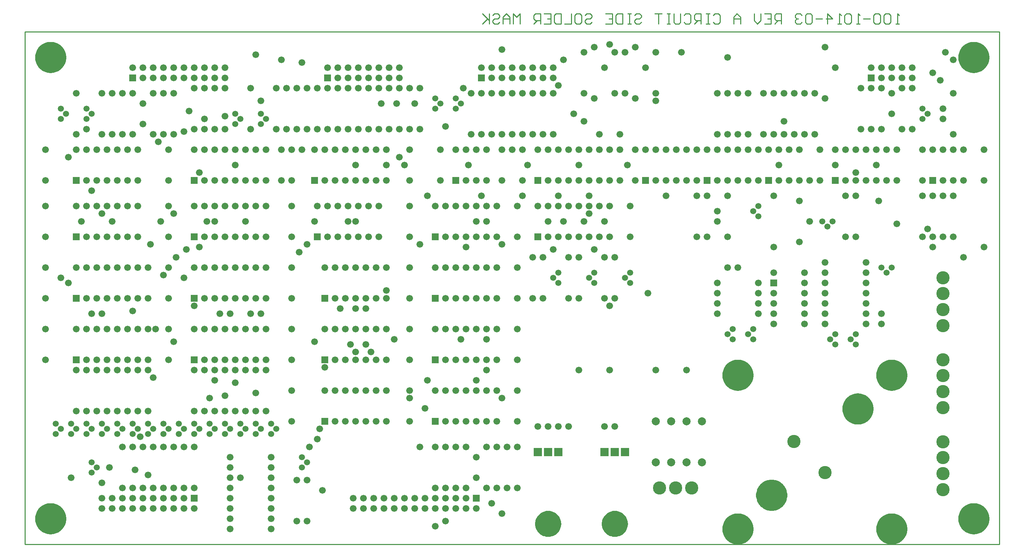
<source format=gbs>
*%FSLAX23Y23*%
*%MOIN*%
G01*
%AMTHD33*
7,0,0,0.170,0.160,0.010,45*
%
%ADD11C,0.006*%
%ADD12C,0.007*%
%ADD13C,0.008*%
%ADD14C,0.010*%
%ADD15C,0.012*%
%ADD16C,0.020*%
%ADD17C,0.032*%
%ADD18C,0.036*%
%ADD19C,0.042*%
%ADD20C,0.050*%
%ADD21C,0.052*%
%ADD22C,0.055*%
%ADD23C,0.056*%
%ADD24C,0.059*%
%ADD25C,0.062*%
%ADD26C,0.066*%
%ADD27C,0.070*%
%ADD28C,0.075*%
%ADD29C,0.079*%
%ADD30C,0.090*%
%ADD31C,0.120*%
%ADD32C,0.125*%
%ADD33C,0.129*%
%ADD34C,0.140*%
%ADD35C,0.160*%
%ADD36C,0.250*%
%ADD37C,0.250*%
%ADD38R,0.062X0.062*%
%ADD39R,0.066X0.066*%
%ADD40R,0.075X0.075*%
%ADD41R,0.079X0.079*%
%ADD42R,0.250X0.250*%
%ADD43THD33*%
D14*
X12995Y10482D02*
X13028D01*
X13011D02*
X12995D01*
X13011D02*
Y10582D01*
X13012D01*
X13011D02*
X13028Y10565D01*
X12945D02*
X12928Y10582D01*
X12895D01*
X12878Y10565D01*
Y10499D01*
X12895Y10482D01*
X12928D01*
X12945Y10499D01*
Y10565D01*
X12845D02*
X12828Y10582D01*
X12795D01*
X12778Y10565D01*
Y10499D01*
X12795Y10482D01*
X12828D01*
X12845Y10499D01*
Y10565D01*
X12745Y10532D02*
X12678D01*
X12645Y10482D02*
X12611D01*
X12628D01*
Y10582D01*
X12629D01*
X12628D02*
X12645Y10565D01*
X12561D02*
X12545Y10582D01*
X12512D01*
X12495Y10565D01*
Y10499D01*
X12512Y10482D01*
X12545D01*
X12561Y10499D01*
Y10565D01*
X12462Y10482D02*
X12428D01*
X12445D01*
Y10582D01*
X12446D01*
X12445D02*
X12462Y10565D01*
X12328Y10582D02*
Y10482D01*
X12378Y10532D02*
X12328Y10582D01*
X12312Y10532D02*
X12378D01*
X12278D02*
X12212D01*
X12178Y10565D02*
X12162Y10582D01*
X12128D01*
X12112Y10565D01*
Y10499D01*
X12128Y10482D01*
X12162D01*
X12178Y10499D01*
Y10565D01*
X12078D02*
X12062Y10582D01*
X12028D01*
X12012Y10565D01*
Y10549D01*
X12013D01*
X12012D02*
X12013D01*
X12012D02*
X12013D01*
X12012D02*
X12028Y10532D01*
X12045D01*
X12028D01*
X12012Y10515D01*
Y10499D01*
X12028Y10482D01*
X12062D01*
X12078Y10499D01*
X11878Y10482D02*
Y10582D01*
X11828D01*
X11812Y10565D01*
Y10532D01*
X11828Y10515D01*
X11878D01*
X11845D02*
X11812Y10482D01*
X11778Y10582D02*
X11712D01*
X11778D02*
Y10482D01*
X11712D01*
X11745Y10532D02*
X11778D01*
X11678Y10515D02*
Y10582D01*
Y10515D02*
X11645Y10482D01*
X11612Y10515D01*
Y10582D01*
X11479Y10549D02*
Y10482D01*
Y10549D02*
X11445Y10582D01*
X11412Y10549D01*
Y10482D01*
Y10532D01*
X11479D01*
X11229Y10582D02*
X11212Y10565D01*
X11229Y10582D02*
X11262D01*
X11279Y10565D01*
Y10499D01*
X11262Y10482D01*
X11229D01*
X11212Y10499D01*
X11179Y10582D02*
X11145D01*
X11162D01*
Y10482D01*
X11179D01*
X11145D01*
X11095D02*
Y10582D01*
X11045D01*
X11029Y10565D01*
Y10532D01*
X11045Y10515D01*
X11095D01*
X11062D02*
X11029Y10482D01*
X10929Y10565D02*
X10945Y10582D01*
X10979D01*
X10995Y10565D01*
Y10499D01*
X10979Y10482D01*
X10945D01*
X10929Y10499D01*
X10895D02*
Y10582D01*
Y10499D02*
X10879Y10482D01*
X10845D01*
X10829Y10499D01*
Y10582D01*
X10795D02*
X10762D01*
X10779D01*
Y10482D01*
X10795D01*
X10762D01*
X10712Y10582D02*
X10645D01*
X10679D01*
Y10482D01*
X10462Y10582D02*
X10446Y10565D01*
X10462Y10582D02*
X10495D01*
X10512Y10565D01*
Y10549D01*
X10495Y10532D01*
X10462D01*
X10446Y10515D01*
Y10499D01*
X10462Y10482D01*
X10495D01*
X10512Y10499D01*
X10412Y10582D02*
X10379D01*
X10396D01*
Y10482D01*
X10412D01*
X10379D01*
X10329D02*
Y10582D01*
Y10482D02*
X10279D01*
X10262Y10499D01*
Y10565D01*
X10279Y10582D01*
X10329D01*
X10229D02*
X10162D01*
X10229D02*
Y10482D01*
X10162D01*
X10196Y10532D02*
X10229D01*
X9979Y10582D02*
X9962Y10565D01*
X9979Y10582D02*
X10012D01*
X10029Y10565D01*
Y10549D01*
X10012Y10532D01*
X9979D01*
X9962Y10515D01*
Y10499D01*
X9979Y10482D01*
X10012D01*
X10029Y10499D01*
X9912Y10582D02*
X9879D01*
X9912D02*
X9929Y10565D01*
Y10499D01*
X9912Y10482D01*
X9879D01*
X9862Y10499D01*
Y10565D01*
X9879Y10582D01*
X9829D02*
Y10482D01*
X9762D01*
X9729D02*
Y10582D01*
Y10482D02*
X9679D01*
X9662Y10499D01*
Y10565D01*
X9679Y10582D01*
X9729D01*
X9629D02*
X9562D01*
X9629D02*
Y10482D01*
X9562D01*
X9596Y10532D02*
X9629D01*
X9529Y10482D02*
Y10582D01*
X9479D01*
X9462Y10565D01*
Y10532D01*
X9479Y10515D01*
X9529D01*
X9496D02*
X9462Y10482D01*
X9329D02*
Y10582D01*
X9296Y10549D01*
X9263Y10582D01*
Y10482D01*
X9229D02*
Y10549D01*
X9196Y10582D01*
X9163Y10549D01*
Y10482D01*
Y10532D01*
X9229D01*
X9079Y10582D02*
X9063Y10565D01*
X9079Y10582D02*
X9113D01*
X9129Y10565D01*
Y10549D01*
X9113Y10532D01*
X9079D01*
X9063Y10515D01*
Y10499D01*
X9079Y10482D01*
X9113D01*
X9129Y10499D01*
X9029Y10482D02*
Y10582D01*
Y10515D02*
Y10482D01*
Y10515D02*
X8963Y10582D01*
X9013Y10532D01*
X8963Y10482D01*
X4503Y5407D02*
X14003D01*
Y10407D02*
X4503D01*
X14003D02*
Y5407D01*
X4503D02*
Y10407D01*
D20*
X13626Y10157D02*
X13627D01*
X13626D02*
X13626Y10147D01*
X13628Y10137D01*
X13630Y10127D01*
X13633Y10117D01*
X13636Y10107D01*
X13641Y10098D01*
X13646Y10089D01*
X13651Y10081D01*
X13658Y10073D01*
X13665Y10065D01*
X13673Y10059D01*
X13681Y10052D01*
X13690Y10047D01*
X13699Y10042D01*
X13708Y10038D01*
X13718Y10035D01*
X13728Y10033D01*
X13738Y10031D01*
X13748Y10030D01*
X13758D01*
X13768Y10031D01*
X13778Y10033D01*
X13788Y10035D01*
X13798Y10038D01*
X13807Y10042D01*
X13816Y10047D01*
X13825Y10052D01*
X13833Y10059D01*
X13841Y10065D01*
X13848Y10073D01*
X13855Y10081D01*
X13860Y10089D01*
X13865Y10098D01*
X13870Y10107D01*
X13873Y10117D01*
X13876Y10127D01*
X13878Y10137D01*
X13880Y10147D01*
X13880Y10157D01*
X13881D01*
X13880D02*
X13880Y10167D01*
X13878Y10177D01*
X13876Y10187D01*
X13873Y10197D01*
X13870Y10207D01*
X13865Y10216D01*
X13860Y10225D01*
X13855Y10233D01*
X13848Y10241D01*
X13841Y10249D01*
X13833Y10255D01*
X13825Y10262D01*
X13816Y10267D01*
X13807Y10272D01*
X13798Y10276D01*
X13788Y10279D01*
X13778Y10281D01*
X13768Y10283D01*
X13758Y10284D01*
X13748D01*
X13738Y10283D01*
X13728Y10281D01*
X13718Y10279D01*
X13708Y10276D01*
X13699Y10272D01*
X13690Y10267D01*
X13681Y10262D01*
X13673Y10255D01*
X13665Y10249D01*
X13658Y10241D01*
X13651Y10233D01*
X13646Y10225D01*
X13641Y10216D01*
X13636Y10207D01*
X13633Y10197D01*
X13630Y10187D01*
X13628Y10177D01*
X13626Y10167D01*
X13626Y10157D01*
X13674D02*
X13675D01*
X13674D02*
X13675Y10148D01*
X13676Y10139D01*
X13679Y10130D01*
X13682Y10122D01*
X13687Y10114D01*
X13692Y10106D01*
X13699Y10100D01*
X13706Y10094D01*
X13714Y10089D01*
X13722Y10084D01*
X13730Y10081D01*
X13739Y10079D01*
X13748Y10078D01*
X13758D01*
X13767Y10079D01*
X13776Y10081D01*
X13784Y10084D01*
X13792Y10089D01*
X13800Y10094D01*
X13807Y10100D01*
X13814Y10106D01*
X13819Y10114D01*
X13824Y10122D01*
X13827Y10130D01*
X13830Y10139D01*
X13831Y10148D01*
X13832Y10157D01*
X13833D01*
X13832D02*
X13831Y10166D01*
X13830Y10175D01*
X13827Y10184D01*
X13824Y10192D01*
X13819Y10200D01*
X13814Y10208D01*
X13807Y10214D01*
X13800Y10220D01*
X13792Y10225D01*
X13784Y10230D01*
X13776Y10233D01*
X13767Y10235D01*
X13758Y10236D01*
X13748D01*
X13739Y10235D01*
X13730Y10233D01*
X13722Y10230D01*
X13714Y10225D01*
X13706Y10220D01*
X13699Y10214D01*
X13692Y10208D01*
X13687Y10200D01*
X13682Y10192D01*
X13679Y10184D01*
X13676Y10175D01*
X13675Y10166D01*
X13674Y10157D01*
X13722D02*
X13723D01*
X13722D02*
X13723Y10151D01*
X13725Y10144D01*
X13728Y10139D01*
X13732Y10134D01*
X13738Y10130D01*
X13743Y10128D01*
X13750Y10126D01*
X13756D01*
X13763Y10128D01*
X13768Y10130D01*
X13774Y10134D01*
X13778Y10139D01*
X13781Y10144D01*
X13783Y10151D01*
X13784Y10157D01*
X13785D01*
X13784D02*
X13783Y10163D01*
X13781Y10170D01*
X13778Y10175D01*
X13774Y10180D01*
X13768Y10184D01*
X13763Y10186D01*
X13756Y10188D01*
X13750D01*
X13743Y10186D01*
X13738Y10184D01*
X13732Y10180D01*
X13728Y10175D01*
X13725Y10170D01*
X13723Y10163D01*
X13722Y10157D01*
X13753D02*
D03*
X13626Y5657D02*
X13627D01*
X13626D02*
X13626Y5647D01*
X13628Y5637D01*
X13630Y5627D01*
X13633Y5617D01*
X13636Y5607D01*
X13641Y5598D01*
X13646Y5589D01*
X13651Y5581D01*
X13658Y5573D01*
X13665Y5565D01*
X13673Y5559D01*
X13681Y5552D01*
X13690Y5547D01*
X13699Y5542D01*
X13708Y5538D01*
X13718Y5535D01*
X13728Y5533D01*
X13738Y5531D01*
X13748Y5530D01*
X13758D01*
X13768Y5531D01*
X13778Y5533D01*
X13788Y5535D01*
X13798Y5538D01*
X13807Y5542D01*
X13816Y5547D01*
X13825Y5552D01*
X13833Y5559D01*
X13841Y5565D01*
X13848Y5573D01*
X13855Y5581D01*
X13860Y5589D01*
X13865Y5598D01*
X13870Y5607D01*
X13873Y5617D01*
X13876Y5627D01*
X13878Y5637D01*
X13880Y5647D01*
X13880Y5657D01*
X13881D01*
X13880D02*
X13880Y5667D01*
X13878Y5677D01*
X13876Y5687D01*
X13873Y5697D01*
X13870Y5707D01*
X13865Y5716D01*
X13860Y5725D01*
X13855Y5733D01*
X13848Y5741D01*
X13841Y5749D01*
X13833Y5755D01*
X13825Y5762D01*
X13816Y5767D01*
X13807Y5772D01*
X13798Y5776D01*
X13788Y5779D01*
X13778Y5781D01*
X13768Y5783D01*
X13758Y5784D01*
X13748D01*
X13738Y5783D01*
X13728Y5781D01*
X13718Y5779D01*
X13708Y5776D01*
X13699Y5772D01*
X13690Y5767D01*
X13681Y5762D01*
X13673Y5755D01*
X13665Y5749D01*
X13658Y5741D01*
X13651Y5733D01*
X13646Y5725D01*
X13641Y5716D01*
X13636Y5707D01*
X13633Y5697D01*
X13630Y5687D01*
X13628Y5677D01*
X13626Y5667D01*
X13626Y5657D01*
X13674D02*
X13675D01*
X13674D02*
X13675Y5648D01*
X13676Y5639D01*
X13679Y5630D01*
X13682Y5622D01*
X13687Y5614D01*
X13692Y5606D01*
X13699Y5600D01*
X13706Y5594D01*
X13714Y5589D01*
X13722Y5584D01*
X13730Y5581D01*
X13739Y5579D01*
X13748Y5578D01*
X13758D01*
X13767Y5579D01*
X13776Y5581D01*
X13784Y5584D01*
X13792Y5589D01*
X13800Y5594D01*
X13807Y5600D01*
X13814Y5606D01*
X13819Y5614D01*
X13824Y5622D01*
X13827Y5630D01*
X13830Y5639D01*
X13831Y5648D01*
X13832Y5657D01*
X13833D01*
X13832D02*
X13831Y5666D01*
X13830Y5675D01*
X13827Y5684D01*
X13824Y5692D01*
X13819Y5700D01*
X13814Y5708D01*
X13807Y5714D01*
X13800Y5720D01*
X13792Y5725D01*
X13784Y5730D01*
X13776Y5733D01*
X13767Y5735D01*
X13758Y5736D01*
X13748D01*
X13739Y5735D01*
X13730Y5733D01*
X13722Y5730D01*
X13714Y5725D01*
X13706Y5720D01*
X13699Y5714D01*
X13692Y5708D01*
X13687Y5700D01*
X13682Y5692D01*
X13679Y5684D01*
X13676Y5675D01*
X13675Y5666D01*
X13674Y5657D01*
X13722D02*
X13723D01*
X13722D02*
X13723Y5651D01*
X13725Y5644D01*
X13728Y5639D01*
X13732Y5634D01*
X13738Y5630D01*
X13743Y5628D01*
X13750Y5626D01*
X13756D01*
X13763Y5628D01*
X13768Y5630D01*
X13774Y5634D01*
X13778Y5639D01*
X13781Y5644D01*
X13783Y5651D01*
X13784Y5657D01*
X13785D01*
X13784D02*
X13783Y5663D01*
X13781Y5670D01*
X13778Y5675D01*
X13774Y5680D01*
X13768Y5684D01*
X13763Y5686D01*
X13756Y5688D01*
X13750D01*
X13743Y5686D01*
X13738Y5684D01*
X13732Y5680D01*
X13728Y5675D01*
X13725Y5670D01*
X13723Y5663D01*
X13722Y5657D01*
X13753D02*
D03*
X4626Y10157D02*
X4627D01*
X4626D02*
X4626Y10147D01*
X4628Y10137D01*
X4630Y10127D01*
X4633Y10117D01*
X4636Y10107D01*
X4641Y10098D01*
X4646Y10089D01*
X4651Y10081D01*
X4658Y10073D01*
X4665Y10065D01*
X4673Y10059D01*
X4681Y10052D01*
X4690Y10047D01*
X4699Y10042D01*
X4708Y10038D01*
X4718Y10035D01*
X4728Y10033D01*
X4738Y10031D01*
X4748Y10030D01*
X4758D01*
X4768Y10031D01*
X4778Y10033D01*
X4788Y10035D01*
X4798Y10038D01*
X4807Y10042D01*
X4816Y10047D01*
X4825Y10052D01*
X4833Y10059D01*
X4841Y10065D01*
X4848Y10073D01*
X4855Y10081D01*
X4860Y10089D01*
X4865Y10098D01*
X4870Y10107D01*
X4873Y10117D01*
X4876Y10127D01*
X4878Y10137D01*
X4880Y10147D01*
X4880Y10157D01*
X4881D01*
X4880D02*
X4880Y10167D01*
X4878Y10177D01*
X4876Y10187D01*
X4873Y10197D01*
X4870Y10207D01*
X4865Y10216D01*
X4860Y10225D01*
X4855Y10233D01*
X4848Y10241D01*
X4841Y10249D01*
X4833Y10255D01*
X4825Y10262D01*
X4816Y10267D01*
X4807Y10272D01*
X4798Y10276D01*
X4788Y10279D01*
X4778Y10281D01*
X4768Y10283D01*
X4758Y10284D01*
X4748D01*
X4738Y10283D01*
X4728Y10281D01*
X4718Y10279D01*
X4708Y10276D01*
X4699Y10272D01*
X4690Y10267D01*
X4681Y10262D01*
X4673Y10255D01*
X4665Y10249D01*
X4658Y10241D01*
X4651Y10233D01*
X4646Y10225D01*
X4641Y10216D01*
X4636Y10207D01*
X4633Y10197D01*
X4630Y10187D01*
X4628Y10177D01*
X4626Y10167D01*
X4626Y10157D01*
X4674D02*
X4675D01*
X4674D02*
X4675Y10148D01*
X4676Y10139D01*
X4679Y10130D01*
X4682Y10122D01*
X4687Y10114D01*
X4692Y10106D01*
X4699Y10100D01*
X4706Y10094D01*
X4714Y10089D01*
X4722Y10084D01*
X4730Y10081D01*
X4739Y10079D01*
X4748Y10078D01*
X4758D01*
X4767Y10079D01*
X4776Y10081D01*
X4784Y10084D01*
X4792Y10089D01*
X4800Y10094D01*
X4807Y10100D01*
X4814Y10106D01*
X4819Y10114D01*
X4824Y10122D01*
X4827Y10130D01*
X4830Y10139D01*
X4831Y10148D01*
X4832Y10157D01*
X4833D01*
X4832D02*
X4831Y10166D01*
X4830Y10175D01*
X4827Y10184D01*
X4824Y10192D01*
X4819Y10200D01*
X4814Y10208D01*
X4807Y10214D01*
X4800Y10220D01*
X4792Y10225D01*
X4784Y10230D01*
X4776Y10233D01*
X4767Y10235D01*
X4758Y10236D01*
X4748D01*
X4739Y10235D01*
X4730Y10233D01*
X4722Y10230D01*
X4714Y10225D01*
X4706Y10220D01*
X4699Y10214D01*
X4692Y10208D01*
X4687Y10200D01*
X4682Y10192D01*
X4679Y10184D01*
X4676Y10175D01*
X4675Y10166D01*
X4674Y10157D01*
X4722D02*
X4723D01*
X4722D02*
X4723Y10151D01*
X4725Y10144D01*
X4728Y10139D01*
X4732Y10134D01*
X4738Y10130D01*
X4743Y10128D01*
X4750Y10126D01*
X4756D01*
X4763Y10128D01*
X4768Y10130D01*
X4774Y10134D01*
X4778Y10139D01*
X4781Y10144D01*
X4783Y10151D01*
X4784Y10157D01*
X4785D01*
X4784D02*
X4783Y10163D01*
X4781Y10170D01*
X4778Y10175D01*
X4774Y10180D01*
X4768Y10184D01*
X4763Y10186D01*
X4756Y10188D01*
X4750D01*
X4743Y10186D01*
X4738Y10184D01*
X4732Y10180D01*
X4728Y10175D01*
X4725Y10170D01*
X4723Y10163D01*
X4722Y10157D01*
X4753D02*
D03*
X4626Y5657D02*
X4627D01*
X4626D02*
X4626Y5647D01*
X4628Y5637D01*
X4630Y5627D01*
X4633Y5617D01*
X4636Y5607D01*
X4641Y5598D01*
X4646Y5589D01*
X4651Y5581D01*
X4658Y5573D01*
X4665Y5565D01*
X4673Y5559D01*
X4681Y5552D01*
X4690Y5547D01*
X4699Y5542D01*
X4708Y5538D01*
X4718Y5535D01*
X4728Y5533D01*
X4738Y5531D01*
X4748Y5530D01*
X4758D01*
X4768Y5531D01*
X4778Y5533D01*
X4788Y5535D01*
X4798Y5538D01*
X4807Y5542D01*
X4816Y5547D01*
X4825Y5552D01*
X4833Y5559D01*
X4841Y5565D01*
X4848Y5573D01*
X4855Y5581D01*
X4860Y5589D01*
X4865Y5598D01*
X4870Y5607D01*
X4873Y5617D01*
X4876Y5627D01*
X4878Y5637D01*
X4880Y5647D01*
X4880Y5657D01*
X4881D01*
X4880D02*
X4880Y5667D01*
X4878Y5677D01*
X4876Y5687D01*
X4873Y5697D01*
X4870Y5707D01*
X4865Y5716D01*
X4860Y5725D01*
X4855Y5733D01*
X4848Y5741D01*
X4841Y5749D01*
X4833Y5755D01*
X4825Y5762D01*
X4816Y5767D01*
X4807Y5772D01*
X4798Y5776D01*
X4788Y5779D01*
X4778Y5781D01*
X4768Y5783D01*
X4758Y5784D01*
X4748D01*
X4738Y5783D01*
X4728Y5781D01*
X4718Y5779D01*
X4708Y5776D01*
X4699Y5772D01*
X4690Y5767D01*
X4681Y5762D01*
X4673Y5755D01*
X4665Y5749D01*
X4658Y5741D01*
X4651Y5733D01*
X4646Y5725D01*
X4641Y5716D01*
X4636Y5707D01*
X4633Y5697D01*
X4630Y5687D01*
X4628Y5677D01*
X4626Y5667D01*
X4626Y5657D01*
X4674D02*
X4675D01*
X4674D02*
X4675Y5648D01*
X4676Y5639D01*
X4679Y5630D01*
X4682Y5622D01*
X4687Y5614D01*
X4692Y5606D01*
X4699Y5600D01*
X4706Y5594D01*
X4714Y5589D01*
X4722Y5584D01*
X4730Y5581D01*
X4739Y5579D01*
X4748Y5578D01*
X4758D01*
X4767Y5579D01*
X4776Y5581D01*
X4784Y5584D01*
X4792Y5589D01*
X4800Y5594D01*
X4807Y5600D01*
X4814Y5606D01*
X4819Y5614D01*
X4824Y5622D01*
X4827Y5630D01*
X4830Y5639D01*
X4831Y5648D01*
X4832Y5657D01*
X4833D01*
X4832D02*
X4831Y5666D01*
X4830Y5675D01*
X4827Y5684D01*
X4824Y5692D01*
X4819Y5700D01*
X4814Y5708D01*
X4807Y5714D01*
X4800Y5720D01*
X4792Y5725D01*
X4784Y5730D01*
X4776Y5733D01*
X4767Y5735D01*
X4758Y5736D01*
X4748D01*
X4739Y5735D01*
X4730Y5733D01*
X4722Y5730D01*
X4714Y5725D01*
X4706Y5720D01*
X4699Y5714D01*
X4692Y5708D01*
X4687Y5700D01*
X4682Y5692D01*
X4679Y5684D01*
X4676Y5675D01*
X4675Y5666D01*
X4674Y5657D01*
X4722D02*
X4723D01*
X4722D02*
X4723Y5651D01*
X4725Y5644D01*
X4728Y5639D01*
X4732Y5634D01*
X4738Y5630D01*
X4743Y5628D01*
X4750Y5626D01*
X4756D01*
X4763Y5628D01*
X4768Y5630D01*
X4774Y5634D01*
X4778Y5639D01*
X4781Y5644D01*
X4783Y5651D01*
X4784Y5657D01*
X4785D01*
X4784D02*
X4783Y5663D01*
X4781Y5670D01*
X4778Y5675D01*
X4774Y5680D01*
X4768Y5684D01*
X4763Y5686D01*
X4756Y5688D01*
X4750D01*
X4743Y5686D01*
X4738Y5684D01*
X4732Y5680D01*
X4728Y5675D01*
X4725Y5670D01*
X4723Y5663D01*
X4722Y5657D01*
X4753D02*
D03*
X12826Y5557D02*
X12827D01*
X12826D02*
X12826Y5547D01*
X12828Y5537D01*
X12830Y5527D01*
X12833Y5517D01*
X12836Y5507D01*
X12841Y5498D01*
X12846Y5489D01*
X12851Y5481D01*
X12858Y5473D01*
X12865Y5465D01*
X12873Y5459D01*
X12881Y5452D01*
X12890Y5447D01*
X12899Y5442D01*
X12908Y5438D01*
X12918Y5435D01*
X12928Y5433D01*
X12938Y5431D01*
X12948Y5430D01*
X12958D01*
X12968Y5431D01*
X12978Y5433D01*
X12988Y5435D01*
X12998Y5438D01*
X13007Y5442D01*
X13016Y5447D01*
X13025Y5452D01*
X13033Y5459D01*
X13041Y5465D01*
X13048Y5473D01*
X13055Y5481D01*
X13060Y5489D01*
X13065Y5498D01*
X13070Y5507D01*
X13073Y5517D01*
X13076Y5527D01*
X13078Y5537D01*
X13080Y5547D01*
X13080Y5557D01*
X13081D01*
X13080D02*
X13080Y5567D01*
X13078Y5577D01*
X13076Y5587D01*
X13073Y5597D01*
X13070Y5607D01*
X13065Y5616D01*
X13060Y5625D01*
X13055Y5633D01*
X13048Y5641D01*
X13041Y5649D01*
X13033Y5655D01*
X13025Y5662D01*
X13016Y5667D01*
X13007Y5672D01*
X12998Y5676D01*
X12988Y5679D01*
X12978Y5681D01*
X12968Y5683D01*
X12958Y5684D01*
X12948D01*
X12938Y5683D01*
X12928Y5681D01*
X12918Y5679D01*
X12908Y5676D01*
X12899Y5672D01*
X12890Y5667D01*
X12881Y5662D01*
X12873Y5655D01*
X12865Y5649D01*
X12858Y5641D01*
X12851Y5633D01*
X12846Y5625D01*
X12841Y5616D01*
X12836Y5607D01*
X12833Y5597D01*
X12830Y5587D01*
X12828Y5577D01*
X12826Y5567D01*
X12826Y5557D01*
X12874D02*
X12875D01*
X12874D02*
X12875Y5548D01*
X12876Y5539D01*
X12879Y5530D01*
X12882Y5522D01*
X12887Y5514D01*
X12892Y5506D01*
X12899Y5500D01*
X12906Y5494D01*
X12914Y5489D01*
X12922Y5484D01*
X12930Y5481D01*
X12939Y5479D01*
X12948Y5478D01*
X12958D01*
X12967Y5479D01*
X12976Y5481D01*
X12984Y5484D01*
X12992Y5489D01*
X13000Y5494D01*
X13007Y5500D01*
X13014Y5506D01*
X13019Y5514D01*
X13024Y5522D01*
X13027Y5530D01*
X13030Y5539D01*
X13031Y5548D01*
X13032Y5557D01*
X13033D01*
X13032D02*
X13031Y5566D01*
X13030Y5575D01*
X13027Y5584D01*
X13024Y5592D01*
X13019Y5600D01*
X13014Y5608D01*
X13007Y5614D01*
X13000Y5620D01*
X12992Y5625D01*
X12984Y5630D01*
X12976Y5633D01*
X12967Y5635D01*
X12958Y5636D01*
X12948D01*
X12939Y5635D01*
X12930Y5633D01*
X12922Y5630D01*
X12914Y5625D01*
X12906Y5620D01*
X12899Y5614D01*
X12892Y5608D01*
X12887Y5600D01*
X12882Y5592D01*
X12879Y5584D01*
X12876Y5575D01*
X12875Y5566D01*
X12874Y5557D01*
X12922D02*
X12923D01*
X12922D02*
X12923Y5551D01*
X12925Y5544D01*
X12928Y5539D01*
X12932Y5534D01*
X12938Y5530D01*
X12943Y5528D01*
X12950Y5526D01*
X12956D01*
X12963Y5528D01*
X12968Y5530D01*
X12974Y5534D01*
X12978Y5539D01*
X12981Y5544D01*
X12983Y5551D01*
X12984Y5557D01*
X12985D01*
X12984D02*
X12983Y5563D01*
X12981Y5570D01*
X12978Y5575D01*
X12974Y5580D01*
X12968Y5584D01*
X12963Y5586D01*
X12956Y5588D01*
X12950D01*
X12943Y5586D01*
X12938Y5584D01*
X12932Y5580D01*
X12928Y5575D01*
X12925Y5570D01*
X12923Y5563D01*
X12922Y5557D01*
X12953D02*
D03*
X12826Y7057D02*
X12827D01*
X12826D02*
X12826Y7047D01*
X12828Y7037D01*
X12830Y7027D01*
X12833Y7017D01*
X12836Y7007D01*
X12841Y6998D01*
X12846Y6989D01*
X12851Y6981D01*
X12858Y6973D01*
X12865Y6965D01*
X12873Y6959D01*
X12881Y6952D01*
X12890Y6947D01*
X12899Y6942D01*
X12908Y6938D01*
X12918Y6935D01*
X12928Y6933D01*
X12938Y6931D01*
X12948Y6930D01*
X12958D01*
X12968Y6931D01*
X12978Y6933D01*
X12988Y6935D01*
X12998Y6938D01*
X13007Y6942D01*
X13016Y6947D01*
X13025Y6952D01*
X13033Y6959D01*
X13041Y6965D01*
X13048Y6973D01*
X13055Y6981D01*
X13060Y6989D01*
X13065Y6998D01*
X13070Y7007D01*
X13073Y7017D01*
X13076Y7027D01*
X13078Y7037D01*
X13080Y7047D01*
X13080Y7057D01*
X13081D01*
X13080D02*
X13080Y7067D01*
X13078Y7077D01*
X13076Y7087D01*
X13073Y7097D01*
X13070Y7107D01*
X13065Y7116D01*
X13060Y7125D01*
X13055Y7133D01*
X13048Y7141D01*
X13041Y7149D01*
X13033Y7155D01*
X13025Y7162D01*
X13016Y7167D01*
X13007Y7172D01*
X12998Y7176D01*
X12988Y7179D01*
X12978Y7181D01*
X12968Y7183D01*
X12958Y7184D01*
X12948D01*
X12938Y7183D01*
X12928Y7181D01*
X12918Y7179D01*
X12908Y7176D01*
X12899Y7172D01*
X12890Y7167D01*
X12881Y7162D01*
X12873Y7155D01*
X12865Y7149D01*
X12858Y7141D01*
X12851Y7133D01*
X12846Y7125D01*
X12841Y7116D01*
X12836Y7107D01*
X12833Y7097D01*
X12830Y7087D01*
X12828Y7077D01*
X12826Y7067D01*
X12826Y7057D01*
X12874D02*
X12875D01*
X12874D02*
X12875Y7048D01*
X12876Y7039D01*
X12879Y7030D01*
X12882Y7022D01*
X12887Y7014D01*
X12892Y7006D01*
X12899Y7000D01*
X12906Y6994D01*
X12914Y6989D01*
X12922Y6984D01*
X12930Y6981D01*
X12939Y6979D01*
X12948Y6978D01*
X12958D01*
X12967Y6979D01*
X12976Y6981D01*
X12984Y6984D01*
X12992Y6989D01*
X13000Y6994D01*
X13007Y7000D01*
X13014Y7006D01*
X13019Y7014D01*
X13024Y7022D01*
X13027Y7030D01*
X13030Y7039D01*
X13031Y7048D01*
X13032Y7057D01*
X13033D01*
X13032D02*
X13031Y7066D01*
X13030Y7075D01*
X13027Y7084D01*
X13024Y7092D01*
X13019Y7100D01*
X13014Y7108D01*
X13007Y7114D01*
X13000Y7120D01*
X12992Y7125D01*
X12984Y7130D01*
X12976Y7133D01*
X12967Y7135D01*
X12958Y7136D01*
X12948D01*
X12939Y7135D01*
X12930Y7133D01*
X12922Y7130D01*
X12914Y7125D01*
X12906Y7120D01*
X12899Y7114D01*
X12892Y7108D01*
X12887Y7100D01*
X12882Y7092D01*
X12879Y7084D01*
X12876Y7075D01*
X12875Y7066D01*
X12874Y7057D01*
X12922D02*
X12923D01*
X12922D02*
X12923Y7051D01*
X12925Y7044D01*
X12928Y7039D01*
X12932Y7034D01*
X12938Y7030D01*
X12943Y7028D01*
X12950Y7026D01*
X12956D01*
X12963Y7028D01*
X12968Y7030D01*
X12974Y7034D01*
X12978Y7039D01*
X12981Y7044D01*
X12983Y7051D01*
X12984Y7057D01*
X12985D01*
X12984D02*
X12983Y7063D01*
X12981Y7070D01*
X12978Y7075D01*
X12974Y7080D01*
X12968Y7084D01*
X12963Y7086D01*
X12956Y7088D01*
X12950D01*
X12943Y7086D01*
X12938Y7084D01*
X12932Y7080D01*
X12928Y7075D01*
X12925Y7070D01*
X12923Y7063D01*
X12922Y7057D01*
X12953D02*
D03*
X11326D02*
X11327D01*
X11326D02*
X11326Y7047D01*
X11328Y7037D01*
X11330Y7027D01*
X11333Y7017D01*
X11336Y7007D01*
X11341Y6998D01*
X11346Y6989D01*
X11351Y6981D01*
X11358Y6973D01*
X11365Y6965D01*
X11373Y6959D01*
X11381Y6952D01*
X11390Y6947D01*
X11399Y6942D01*
X11408Y6938D01*
X11418Y6935D01*
X11428Y6933D01*
X11438Y6931D01*
X11448Y6930D01*
X11458D01*
X11468Y6931D01*
X11478Y6933D01*
X11488Y6935D01*
X11498Y6938D01*
X11507Y6942D01*
X11516Y6947D01*
X11525Y6952D01*
X11533Y6959D01*
X11541Y6965D01*
X11548Y6973D01*
X11555Y6981D01*
X11560Y6989D01*
X11565Y6998D01*
X11570Y7007D01*
X11573Y7017D01*
X11576Y7027D01*
X11578Y7037D01*
X11580Y7047D01*
X11580Y7057D01*
X11581D01*
X11580D02*
X11580Y7067D01*
X11578Y7077D01*
X11576Y7087D01*
X11573Y7097D01*
X11570Y7107D01*
X11565Y7116D01*
X11560Y7125D01*
X11555Y7133D01*
X11548Y7141D01*
X11541Y7149D01*
X11533Y7155D01*
X11525Y7162D01*
X11516Y7167D01*
X11507Y7172D01*
X11498Y7176D01*
X11488Y7179D01*
X11478Y7181D01*
X11468Y7183D01*
X11458Y7184D01*
X11448D01*
X11438Y7183D01*
X11428Y7181D01*
X11418Y7179D01*
X11408Y7176D01*
X11399Y7172D01*
X11390Y7167D01*
X11381Y7162D01*
X11373Y7155D01*
X11365Y7149D01*
X11358Y7141D01*
X11351Y7133D01*
X11346Y7125D01*
X11341Y7116D01*
X11336Y7107D01*
X11333Y7097D01*
X11330Y7087D01*
X11328Y7077D01*
X11326Y7067D01*
X11326Y7057D01*
X11374D02*
X11375D01*
X11374D02*
X11375Y7048D01*
X11376Y7039D01*
X11379Y7030D01*
X11382Y7022D01*
X11387Y7014D01*
X11392Y7006D01*
X11399Y7000D01*
X11406Y6994D01*
X11414Y6989D01*
X11422Y6984D01*
X11430Y6981D01*
X11439Y6979D01*
X11448Y6978D01*
X11458D01*
X11467Y6979D01*
X11476Y6981D01*
X11484Y6984D01*
X11492Y6989D01*
X11500Y6994D01*
X11507Y7000D01*
X11514Y7006D01*
X11519Y7014D01*
X11524Y7022D01*
X11527Y7030D01*
X11530Y7039D01*
X11531Y7048D01*
X11532Y7057D01*
X11533D01*
X11532D02*
X11531Y7066D01*
X11530Y7075D01*
X11527Y7084D01*
X11524Y7092D01*
X11519Y7100D01*
X11514Y7108D01*
X11507Y7114D01*
X11500Y7120D01*
X11492Y7125D01*
X11484Y7130D01*
X11476Y7133D01*
X11467Y7135D01*
X11458Y7136D01*
X11448D01*
X11439Y7135D01*
X11430Y7133D01*
X11422Y7130D01*
X11414Y7125D01*
X11406Y7120D01*
X11399Y7114D01*
X11392Y7108D01*
X11387Y7100D01*
X11382Y7092D01*
X11379Y7084D01*
X11376Y7075D01*
X11375Y7066D01*
X11374Y7057D01*
X11422D02*
X11423D01*
X11422D02*
X11423Y7051D01*
X11425Y7044D01*
X11428Y7039D01*
X11432Y7034D01*
X11438Y7030D01*
X11443Y7028D01*
X11450Y7026D01*
X11456D01*
X11463Y7028D01*
X11468Y7030D01*
X11474Y7034D01*
X11478Y7039D01*
X11481Y7044D01*
X11483Y7051D01*
X11484Y7057D01*
X11485D01*
X11484D02*
X11483Y7063D01*
X11481Y7070D01*
X11478Y7075D01*
X11474Y7080D01*
X11468Y7084D01*
X11463Y7086D01*
X11456Y7088D01*
X11450D01*
X11443Y7086D01*
X11438Y7084D01*
X11432Y7080D01*
X11428Y7075D01*
X11425Y7070D01*
X11423Y7063D01*
X11422Y7057D01*
X11453D02*
D03*
X11326Y5557D02*
X11327D01*
X11326D02*
X11326Y5547D01*
X11328Y5537D01*
X11330Y5527D01*
X11333Y5517D01*
X11336Y5507D01*
X11341Y5498D01*
X11346Y5489D01*
X11351Y5481D01*
X11358Y5473D01*
X11365Y5465D01*
X11373Y5459D01*
X11381Y5452D01*
X11390Y5447D01*
X11399Y5442D01*
X11408Y5438D01*
X11418Y5435D01*
X11428Y5433D01*
X11438Y5431D01*
X11448Y5430D01*
X11458D01*
X11468Y5431D01*
X11478Y5433D01*
X11488Y5435D01*
X11498Y5438D01*
X11507Y5442D01*
X11516Y5447D01*
X11525Y5452D01*
X11533Y5459D01*
X11541Y5465D01*
X11548Y5473D01*
X11555Y5481D01*
X11560Y5489D01*
X11565Y5498D01*
X11570Y5507D01*
X11573Y5517D01*
X11576Y5527D01*
X11578Y5537D01*
X11580Y5547D01*
X11580Y5557D01*
X11581D01*
X11580D02*
X11580Y5567D01*
X11578Y5577D01*
X11576Y5587D01*
X11573Y5597D01*
X11570Y5607D01*
X11565Y5616D01*
X11560Y5625D01*
X11555Y5633D01*
X11548Y5641D01*
X11541Y5649D01*
X11533Y5655D01*
X11525Y5662D01*
X11516Y5667D01*
X11507Y5672D01*
X11498Y5676D01*
X11488Y5679D01*
X11478Y5681D01*
X11468Y5683D01*
X11458Y5684D01*
X11448D01*
X11438Y5683D01*
X11428Y5681D01*
X11418Y5679D01*
X11408Y5676D01*
X11399Y5672D01*
X11390Y5667D01*
X11381Y5662D01*
X11373Y5655D01*
X11365Y5649D01*
X11358Y5641D01*
X11351Y5633D01*
X11346Y5625D01*
X11341Y5616D01*
X11336Y5607D01*
X11333Y5597D01*
X11330Y5587D01*
X11328Y5577D01*
X11326Y5567D01*
X11326Y5557D01*
X11374D02*
X11375D01*
X11374D02*
X11375Y5548D01*
X11376Y5539D01*
X11379Y5530D01*
X11382Y5522D01*
X11387Y5514D01*
X11392Y5506D01*
X11399Y5500D01*
X11406Y5494D01*
X11414Y5489D01*
X11422Y5484D01*
X11430Y5481D01*
X11439Y5479D01*
X11448Y5478D01*
X11458D01*
X11467Y5479D01*
X11476Y5481D01*
X11484Y5484D01*
X11492Y5489D01*
X11500Y5494D01*
X11507Y5500D01*
X11514Y5506D01*
X11519Y5514D01*
X11524Y5522D01*
X11527Y5530D01*
X11530Y5539D01*
X11531Y5548D01*
X11532Y5557D01*
X11533D01*
X11532D02*
X11531Y5566D01*
X11530Y5575D01*
X11527Y5584D01*
X11524Y5592D01*
X11519Y5600D01*
X11514Y5608D01*
X11507Y5614D01*
X11500Y5620D01*
X11492Y5625D01*
X11484Y5630D01*
X11476Y5633D01*
X11467Y5635D01*
X11458Y5636D01*
X11448D01*
X11439Y5635D01*
X11430Y5633D01*
X11422Y5630D01*
X11414Y5625D01*
X11406Y5620D01*
X11399Y5614D01*
X11392Y5608D01*
X11387Y5600D01*
X11382Y5592D01*
X11379Y5584D01*
X11376Y5575D01*
X11375Y5566D01*
X11374Y5557D01*
X11422D02*
X11423D01*
X11422D02*
X11423Y5551D01*
X11425Y5544D01*
X11428Y5539D01*
X11432Y5534D01*
X11438Y5530D01*
X11443Y5528D01*
X11450Y5526D01*
X11456D01*
X11463Y5528D01*
X11468Y5530D01*
X11474Y5534D01*
X11478Y5539D01*
X11481Y5544D01*
X11483Y5551D01*
X11484Y5557D01*
X11485D01*
X11484D02*
X11483Y5563D01*
X11481Y5570D01*
X11478Y5575D01*
X11474Y5580D01*
X11468Y5584D01*
X11463Y5586D01*
X11456Y5588D01*
X11450D01*
X11443Y5586D01*
X11438Y5584D01*
X11432Y5580D01*
X11428Y5575D01*
X11425Y5570D01*
X11423Y5563D01*
X11422Y5557D01*
X11453D02*
D03*
X12496Y6728D02*
X12497D01*
X12496D02*
X12496Y6718D01*
X12498Y6708D01*
X12500Y6698D01*
X12503Y6688D01*
X12506Y6678D01*
X12511Y6669D01*
X12516Y6660D01*
X12521Y6652D01*
X12528Y6644D01*
X12535Y6636D01*
X12543Y6630D01*
X12551Y6623D01*
X12560Y6618D01*
X12569Y6613D01*
X12578Y6609D01*
X12588Y6606D01*
X12598Y6604D01*
X12608Y6602D01*
X12618Y6601D01*
X12628D01*
X12638Y6602D01*
X12648Y6604D01*
X12658Y6606D01*
X12668Y6609D01*
X12677Y6613D01*
X12686Y6618D01*
X12695Y6623D01*
X12703Y6630D01*
X12711Y6636D01*
X12718Y6644D01*
X12725Y6652D01*
X12730Y6660D01*
X12735Y6669D01*
X12740Y6678D01*
X12743Y6688D01*
X12746Y6698D01*
X12748Y6708D01*
X12750Y6718D01*
X12750Y6728D01*
X12751D01*
X12750D02*
X12750Y6738D01*
X12748Y6748D01*
X12746Y6758D01*
X12743Y6768D01*
X12740Y6778D01*
X12735Y6787D01*
X12730Y6796D01*
X12725Y6804D01*
X12718Y6812D01*
X12711Y6820D01*
X12703Y6826D01*
X12695Y6833D01*
X12686Y6838D01*
X12677Y6843D01*
X12668Y6847D01*
X12658Y6850D01*
X12648Y6852D01*
X12638Y6854D01*
X12628Y6855D01*
X12618D01*
X12608Y6854D01*
X12598Y6852D01*
X12588Y6850D01*
X12578Y6847D01*
X12569Y6843D01*
X12560Y6838D01*
X12551Y6833D01*
X12543Y6826D01*
X12535Y6820D01*
X12528Y6812D01*
X12521Y6804D01*
X12516Y6796D01*
X12511Y6787D01*
X12506Y6778D01*
X12503Y6768D01*
X12500Y6758D01*
X12498Y6748D01*
X12496Y6738D01*
X12496Y6728D01*
X12544D02*
X12545D01*
X12544D02*
X12545Y6719D01*
X12546Y6710D01*
X12549Y6701D01*
X12552Y6693D01*
X12557Y6685D01*
X12562Y6677D01*
X12569Y6671D01*
X12576Y6665D01*
X12584Y6660D01*
X12592Y6655D01*
X12600Y6652D01*
X12609Y6650D01*
X12618Y6649D01*
X12628D01*
X12637Y6650D01*
X12646Y6652D01*
X12654Y6655D01*
X12662Y6660D01*
X12670Y6665D01*
X12677Y6671D01*
X12684Y6677D01*
X12689Y6685D01*
X12694Y6693D01*
X12697Y6701D01*
X12700Y6710D01*
X12701Y6719D01*
X12702Y6728D01*
X12703D01*
X12702D02*
X12701Y6737D01*
X12700Y6746D01*
X12697Y6755D01*
X12694Y6763D01*
X12689Y6771D01*
X12684Y6779D01*
X12677Y6785D01*
X12670Y6791D01*
X12662Y6796D01*
X12654Y6801D01*
X12646Y6804D01*
X12637Y6806D01*
X12628Y6807D01*
X12618D01*
X12609Y6806D01*
X12600Y6804D01*
X12592Y6801D01*
X12584Y6796D01*
X12576Y6791D01*
X12569Y6785D01*
X12562Y6779D01*
X12557Y6771D01*
X12552Y6763D01*
X12549Y6755D01*
X12546Y6746D01*
X12545Y6737D01*
X12544Y6728D01*
X12592D02*
X12593D01*
X12592D02*
X12593Y6722D01*
X12595Y6715D01*
X12598Y6710D01*
X12602Y6705D01*
X12608Y6701D01*
X12613Y6699D01*
X12620Y6697D01*
X12626D01*
X12633Y6699D01*
X12638Y6701D01*
X12644Y6705D01*
X12648Y6710D01*
X12651Y6715D01*
X12653Y6722D01*
X12654Y6728D01*
X12655D01*
X12654D02*
X12653Y6734D01*
X12651Y6741D01*
X12648Y6746D01*
X12644Y6751D01*
X12638Y6755D01*
X12633Y6757D01*
X12626Y6759D01*
X12620D01*
X12613Y6757D01*
X12608Y6755D01*
X12602Y6751D01*
X12598Y6746D01*
X12595Y6741D01*
X12593Y6734D01*
X12592Y6728D01*
X12623D02*
D03*
X11655Y5886D02*
X11656D01*
X11655D02*
X11655Y5876D01*
X11657Y5866D01*
X11659Y5856D01*
X11662Y5846D01*
X11665Y5836D01*
X11670Y5827D01*
X11675Y5818D01*
X11680Y5810D01*
X11687Y5802D01*
X11694Y5794D01*
X11702Y5788D01*
X11710Y5781D01*
X11718Y5776D01*
X11728Y5771D01*
X11737Y5767D01*
X11747Y5764D01*
X11757Y5762D01*
X11767Y5760D01*
X11777Y5759D01*
X11787D01*
X11797Y5760D01*
X11807Y5762D01*
X11817Y5764D01*
X11827Y5767D01*
X11836Y5771D01*
X11846Y5776D01*
X11854Y5781D01*
X11862Y5788D01*
X11870Y5794D01*
X11877Y5802D01*
X11884Y5810D01*
X11889Y5818D01*
X11894Y5827D01*
X11899Y5836D01*
X11902Y5846D01*
X11905Y5856D01*
X11907Y5866D01*
X11909Y5876D01*
X11909Y5886D01*
X11910D01*
X11909D02*
X11909Y5896D01*
X11907Y5906D01*
X11905Y5916D01*
X11902Y5926D01*
X11899Y5936D01*
X11894Y5945D01*
X11889Y5954D01*
X11884Y5962D01*
X11877Y5970D01*
X11870Y5978D01*
X11862Y5984D01*
X11854Y5991D01*
X11846Y5996D01*
X11836Y6001D01*
X11827Y6005D01*
X11817Y6008D01*
X11807Y6010D01*
X11797Y6012D01*
X11787Y6013D01*
X11777D01*
X11767Y6012D01*
X11757Y6010D01*
X11747Y6008D01*
X11737Y6005D01*
X11728Y6001D01*
X11718Y5996D01*
X11710Y5991D01*
X11702Y5984D01*
X11694Y5978D01*
X11687Y5970D01*
X11680Y5962D01*
X11675Y5954D01*
X11670Y5945D01*
X11665Y5936D01*
X11662Y5926D01*
X11659Y5916D01*
X11657Y5906D01*
X11655Y5896D01*
X11655Y5886D01*
X11703D02*
X11704D01*
X11703D02*
X11704Y5877D01*
X11705Y5868D01*
X11708Y5859D01*
X11711Y5851D01*
X11716Y5843D01*
X11721Y5835D01*
X11728Y5829D01*
X11735Y5823D01*
X11742Y5818D01*
X11751Y5813D01*
X11759Y5810D01*
X11768Y5808D01*
X11777Y5807D01*
X11787D01*
X11796Y5808D01*
X11805Y5810D01*
X11813Y5813D01*
X11822Y5818D01*
X11829Y5823D01*
X11836Y5829D01*
X11843Y5835D01*
X11848Y5843D01*
X11853Y5851D01*
X11856Y5859D01*
X11859Y5868D01*
X11860Y5877D01*
X11861Y5886D01*
X11862D01*
X11861D02*
X11860Y5895D01*
X11859Y5904D01*
X11856Y5913D01*
X11853Y5921D01*
X11848Y5929D01*
X11843Y5937D01*
X11836Y5943D01*
X11829Y5949D01*
X11822Y5954D01*
X11813Y5959D01*
X11805Y5962D01*
X11796Y5964D01*
X11787Y5965D01*
X11777D01*
X11768Y5964D01*
X11759Y5962D01*
X11751Y5959D01*
X11742Y5954D01*
X11735Y5949D01*
X11728Y5943D01*
X11721Y5937D01*
X11716Y5929D01*
X11711Y5921D01*
X11708Y5913D01*
X11705Y5904D01*
X11704Y5895D01*
X11703Y5886D01*
X11751D02*
X11752D01*
X11751D02*
X11752Y5880D01*
X11754Y5873D01*
X11757Y5868D01*
X11761Y5863D01*
X11766Y5859D01*
X11772Y5857D01*
X11779Y5855D01*
X11785D01*
X11792Y5857D01*
X11798Y5859D01*
X11803Y5863D01*
X11807Y5868D01*
X11810Y5873D01*
X11812Y5880D01*
X11813Y5886D01*
X11814D01*
X11813D02*
X11812Y5892D01*
X11810Y5899D01*
X11807Y5904D01*
X11803Y5909D01*
X11798Y5913D01*
X11792Y5915D01*
X11785Y5917D01*
X11779D01*
X11772Y5915D01*
X11766Y5913D01*
X11761Y5909D01*
X11757Y5904D01*
X11754Y5899D01*
X11752Y5892D01*
X11751Y5886D01*
X11782D02*
D03*
X10151Y5607D02*
X10152D01*
X10151D02*
X10151Y5597D01*
X10153Y5588D01*
X10155Y5578D01*
X10158Y5569D01*
X10162Y5560D01*
X10167Y5552D01*
X10173Y5544D01*
X10179Y5537D01*
X10186Y5530D01*
X10194Y5524D01*
X10202Y5519D01*
X10211Y5514D01*
X10220Y5511D01*
X10229Y5508D01*
X10238Y5506D01*
X10248Y5505D01*
X10258D01*
X10268Y5506D01*
X10277Y5508D01*
X10286Y5511D01*
X10295Y5514D01*
X10304Y5519D01*
X10312Y5524D01*
X10320Y5530D01*
X10327Y5537D01*
X10333Y5544D01*
X10339Y5552D01*
X10344Y5560D01*
X10348Y5569D01*
X10351Y5578D01*
X10353Y5588D01*
X10355Y5597D01*
X10355Y5607D01*
X10356D01*
X10355D02*
X10355Y5617D01*
X10353Y5626D01*
X10351Y5636D01*
X10348Y5645D01*
X10344Y5654D01*
X10339Y5662D01*
X10333Y5670D01*
X10327Y5677D01*
X10320Y5684D01*
X10312Y5690D01*
X10304Y5695D01*
X10295Y5700D01*
X10286Y5703D01*
X10277Y5706D01*
X10268Y5708D01*
X10258Y5709D01*
X10248D01*
X10238Y5708D01*
X10229Y5706D01*
X10220Y5703D01*
X10211Y5700D01*
X10202Y5695D01*
X10194Y5690D01*
X10186Y5684D01*
X10179Y5677D01*
X10173Y5670D01*
X10167Y5662D01*
X10162Y5654D01*
X10158Y5645D01*
X10155Y5636D01*
X10153Y5626D01*
X10151Y5617D01*
X10151Y5607D01*
X10199D02*
X10200D01*
X10199D02*
X10200Y5599D01*
X10201Y5591D01*
X10204Y5584D01*
X10208Y5577D01*
X10213Y5570D01*
X10219Y5565D01*
X10226Y5560D01*
X10233Y5557D01*
X10241Y5554D01*
X10249Y5553D01*
X10257D01*
X10265Y5554D01*
X10273Y5557D01*
X10280Y5560D01*
X10287Y5565D01*
X10293Y5570D01*
X10298Y5577D01*
X10302Y5584D01*
X10305Y5591D01*
X10306Y5599D01*
X10307Y5607D01*
X10308D01*
X10307D02*
X10306Y5615D01*
X10305Y5623D01*
X10302Y5630D01*
X10298Y5637D01*
X10293Y5644D01*
X10287Y5649D01*
X10280Y5654D01*
X10273Y5657D01*
X10265Y5660D01*
X10257Y5661D01*
X10249D01*
X10241Y5660D01*
X10233Y5657D01*
X10226Y5654D01*
X10219Y5649D01*
X10213Y5644D01*
X10208Y5637D01*
X10204Y5630D01*
X10201Y5623D01*
X10200Y5615D01*
X10199Y5607D01*
X10247D02*
X10248D01*
X10247D02*
X10247Y5605D01*
X10248Y5603D01*
X10250Y5602D01*
X10252Y5601D01*
X10254D01*
X10256Y5602D01*
X10258Y5603D01*
X10259Y5605D01*
X10259Y5607D01*
X10260D01*
X10259D02*
X10259Y5609D01*
X10258Y5611D01*
X10256Y5612D01*
X10254Y5613D01*
X10252D01*
X10250Y5612D01*
X10248Y5611D01*
X10247Y5609D01*
X10247Y5607D01*
X9501D02*
X9502D01*
X9501D02*
X9501Y5597D01*
X9503Y5588D01*
X9505Y5578D01*
X9508Y5569D01*
X9512Y5560D01*
X9517Y5552D01*
X9523Y5544D01*
X9529Y5537D01*
X9536Y5530D01*
X9544Y5524D01*
X9552Y5519D01*
X9561Y5514D01*
X9570Y5511D01*
X9579Y5508D01*
X9588Y5506D01*
X9598Y5505D01*
X9608D01*
X9618Y5506D01*
X9627Y5508D01*
X9636Y5511D01*
X9645Y5514D01*
X9654Y5519D01*
X9662Y5524D01*
X9670Y5530D01*
X9677Y5537D01*
X9683Y5544D01*
X9689Y5552D01*
X9694Y5560D01*
X9698Y5569D01*
X9701Y5578D01*
X9703Y5588D01*
X9705Y5597D01*
X9705Y5607D01*
X9706D01*
X9705D02*
X9705Y5617D01*
X9703Y5626D01*
X9701Y5636D01*
X9698Y5645D01*
X9694Y5654D01*
X9689Y5662D01*
X9683Y5670D01*
X9677Y5677D01*
X9670Y5684D01*
X9662Y5690D01*
X9654Y5695D01*
X9645Y5700D01*
X9636Y5703D01*
X9627Y5706D01*
X9618Y5708D01*
X9608Y5709D01*
X9598D01*
X9588Y5708D01*
X9579Y5706D01*
X9570Y5703D01*
X9561Y5700D01*
X9552Y5695D01*
X9544Y5690D01*
X9536Y5684D01*
X9529Y5677D01*
X9523Y5670D01*
X9517Y5662D01*
X9512Y5654D01*
X9508Y5645D01*
X9505Y5636D01*
X9503Y5626D01*
X9501Y5617D01*
X9501Y5607D01*
X9549D02*
X9550D01*
X9549D02*
X9550Y5599D01*
X9551Y5591D01*
X9554Y5584D01*
X9558Y5577D01*
X9563Y5570D01*
X9569Y5565D01*
X9576Y5560D01*
X9583Y5557D01*
X9591Y5554D01*
X9599Y5553D01*
X9607D01*
X9615Y5554D01*
X9623Y5557D01*
X9630Y5560D01*
X9637Y5565D01*
X9643Y5570D01*
X9648Y5577D01*
X9652Y5584D01*
X9655Y5591D01*
X9656Y5599D01*
X9657Y5607D01*
X9658D01*
X9657D02*
X9656Y5615D01*
X9655Y5623D01*
X9652Y5630D01*
X9648Y5637D01*
X9643Y5644D01*
X9637Y5649D01*
X9630Y5654D01*
X9623Y5657D01*
X9615Y5660D01*
X9607Y5661D01*
X9599D01*
X9591Y5660D01*
X9583Y5657D01*
X9576Y5654D01*
X9569Y5649D01*
X9563Y5644D01*
X9558Y5637D01*
X9554Y5630D01*
X9551Y5623D01*
X9550Y5615D01*
X9549Y5607D01*
X9597D02*
X9598D01*
X9597D02*
X9597Y5605D01*
X9598Y5603D01*
X9600Y5602D01*
X9602Y5601D01*
X9604D01*
X9606Y5602D01*
X9608Y5603D01*
X9609Y5605D01*
X9609Y5607D01*
X9610D01*
X9609D02*
X9609Y5609D01*
X9608Y5611D01*
X9606Y5612D01*
X9604Y5613D01*
X9602D01*
X9600Y5612D01*
X9598Y5611D01*
X9597Y5609D01*
X9597Y5607D01*
D24*
X13253Y9557D02*
D03*
Y9657D02*
D03*
X13303Y9607D02*
D03*
X12953Y8107D02*
D03*
X12903Y8057D02*
D03*
X12853Y8107D02*
D03*
X12278Y8557D02*
D03*
X12378D02*
D03*
X12328Y8507D02*
D03*
X11653Y8707D02*
D03*
X11603Y8657D02*
D03*
X11653Y8607D02*
D03*
X11403Y7507D02*
D03*
Y7407D02*
D03*
X11353Y7457D02*
D03*
X11603Y7507D02*
D03*
Y7407D02*
D03*
X11553Y7457D02*
D03*
X12403D02*
D03*
Y7357D02*
D03*
X12353Y7407D02*
D03*
X12603Y7457D02*
D03*
Y7357D02*
D03*
X12553Y7407D02*
D03*
X10053Y8057D02*
D03*
Y7957D02*
D03*
X10003Y8007D02*
D03*
X10403Y8057D02*
D03*
Y7957D02*
D03*
X10353Y8007D02*
D03*
X8503Y9657D02*
D03*
Y9757D02*
D03*
X8553Y9707D02*
D03*
X8703Y9657D02*
D03*
Y9757D02*
D03*
X8753Y9707D02*
D03*
X9703Y8057D02*
D03*
Y7957D02*
D03*
X9653Y8007D02*
D03*
X6803Y9507D02*
D03*
Y9607D02*
D03*
X6853Y9557D02*
D03*
X7203Y6157D02*
D03*
Y6257D02*
D03*
X7253Y6207D02*
D03*
X6603Y6482D02*
D03*
Y6582D02*
D03*
X6653Y6532D02*
D03*
X6753Y6482D02*
D03*
Y6582D02*
D03*
X6803Y6532D02*
D03*
X6903Y6482D02*
D03*
Y6582D02*
D03*
X6953Y6532D02*
D03*
X6553Y9507D02*
D03*
Y9607D02*
D03*
X6603Y9557D02*
D03*
X5103D02*
D03*
Y9657D02*
D03*
X5153Y9607D02*
D03*
Y6107D02*
D03*
Y6207D02*
D03*
X5203Y6157D02*
D03*
X5103Y6482D02*
D03*
Y6582D02*
D03*
X5153Y6532D02*
D03*
X5253Y6482D02*
D03*
Y6582D02*
D03*
X5303Y6532D02*
D03*
X5403Y6482D02*
D03*
Y6582D02*
D03*
X5453Y6532D02*
D03*
X5553Y6482D02*
D03*
Y6582D02*
D03*
X5603Y6532D02*
D03*
X5703Y6482D02*
D03*
Y6582D02*
D03*
X5753Y6532D02*
D03*
X5853Y6482D02*
D03*
Y6582D02*
D03*
X5903Y6532D02*
D03*
X6003Y6482D02*
D03*
Y6582D02*
D03*
X6053Y6532D02*
D03*
X6153Y6482D02*
D03*
Y6582D02*
D03*
X6203Y6532D02*
D03*
X6303Y6482D02*
D03*
Y6582D02*
D03*
X6353Y6532D02*
D03*
X6453Y6482D02*
D03*
Y6582D02*
D03*
X6503Y6532D02*
D03*
X4853Y9557D02*
D03*
Y9657D02*
D03*
X4903Y9607D02*
D03*
X4803Y6482D02*
D03*
Y6582D02*
D03*
X4853Y6532D02*
D03*
X4953Y6482D02*
D03*
Y6582D02*
D03*
X5003Y6532D02*
D03*
D26*
X13553Y10132D02*
D03*
X13428Y9932D02*
D03*
X13478Y10207D02*
D03*
X13353Y10007D02*
D03*
X13303Y8482D02*
D03*
X13003Y8532D02*
D03*
X12803Y9107D02*
D03*
X12828Y8757D02*
D03*
X12603Y9032D02*
D03*
X12403Y9107D02*
D03*
X11853D02*
D03*
X11903Y9532D02*
D03*
X11353Y10157D02*
D03*
X10903Y10207D02*
D03*
X10753Y8807D02*
D03*
X10653Y9732D02*
D03*
X10578Y7857D02*
D03*
X10378Y9107D02*
D03*
X10203Y10282D02*
D03*
X10303Y9407D02*
D03*
X10203Y7732D02*
D03*
X10103Y9407D02*
D03*
X10053Y8282D02*
D03*
X10153Y8557D02*
D03*
X10003Y8807D02*
D03*
Y8632D02*
D03*
X9853Y9607D02*
D03*
X9903Y9107D02*
D03*
X9953Y9532D02*
D03*
Y8557D02*
D03*
X9753Y10132D02*
D03*
Y8557D02*
D03*
X9703Y9882D02*
D03*
Y8807D02*
D03*
X9653Y8282D02*
D03*
X9603Y8557D02*
D03*
X9403Y9107D02*
D03*
X9253Y9257D02*
D03*
X9353Y8807D02*
D03*
X9153Y10232D02*
D03*
X9003Y8557D02*
D03*
X9153Y8332D02*
D03*
X9003Y7107D02*
D03*
X9153Y6832D02*
D03*
X9003Y7407D02*
D03*
X9153Y5707D02*
D03*
X9053Y5807D02*
D03*
X8828Y9107D02*
D03*
X8803Y8307D02*
D03*
X8903Y8557D02*
D03*
X8953Y8807D02*
D03*
X8903Y7007D02*
D03*
X8603Y9482D02*
D03*
X8778Y9857D02*
D03*
X8753Y7407D02*
D03*
X8603Y5632D02*
D03*
X8428Y8807D02*
D03*
X8403Y6732D02*
D03*
X8428Y7007D02*
D03*
X8503Y5582D02*
D03*
X8303Y9707D02*
D03*
X8203Y9107D02*
D03*
X8353Y8332D02*
D03*
Y6357D02*
D03*
X8253Y6832D02*
D03*
X8128Y9707D02*
D03*
X8153Y9182D02*
D03*
X8028Y9107D02*
D03*
Y7882D02*
D03*
X8103Y7407D02*
D03*
X7978Y9707D02*
D03*
X7828Y7707D02*
D03*
X7878Y7282D02*
D03*
X7828Y7357D02*
D03*
X7728Y9107D02*
D03*
X7653Y8557D02*
D03*
X7728D02*
D03*
Y7707D02*
D03*
Y7282D02*
D03*
X7678Y7357D02*
D03*
X7578Y7707D02*
D03*
X7428Y7132D02*
D03*
X7253Y8332D02*
D03*
X7328Y8557D02*
D03*
Y7382D02*
D03*
X7378Y6532D02*
D03*
X7278Y6357D02*
D03*
X7353Y6432D02*
D03*
X7403Y5932D02*
D03*
X7203Y9257D02*
D03*
Y10107D02*
D03*
X7178Y8257D02*
D03*
X7003Y10132D02*
D03*
X6753Y10182D02*
D03*
X6803Y9732D02*
D03*
X6653Y8557D02*
D03*
X6703Y7657D02*
D03*
X6803D02*
D03*
X6753Y6882D02*
D03*
X6553Y9107D02*
D03*
X6453Y9582D02*
D03*
X6503Y7657D02*
D03*
X6553Y6982D02*
D03*
X6453Y6857D02*
D03*
X6603Y6057D02*
D03*
X6253Y9557D02*
D03*
X6278Y8557D02*
D03*
X6353D02*
D03*
X6403Y7657D02*
D03*
X6353Y7007D02*
D03*
X6303Y6832D02*
D03*
X6053Y9432D02*
D03*
X6103Y9632D02*
D03*
X6203Y8307D02*
D03*
X6078Y8282D02*
D03*
X6203Y9032D02*
D03*
X6053Y8007D02*
D03*
X6153Y7732D02*
D03*
X5978Y8207D02*
D03*
X5953Y8632D02*
D03*
X5853Y8032D02*
D03*
X5953Y7382D02*
D03*
X5803Y9332D02*
D03*
X5828Y8557D02*
D03*
X5728Y8332D02*
D03*
X5778Y7507D02*
D03*
X5703Y6082D02*
D03*
X5753Y7032D02*
D03*
X5553Y7682D02*
D03*
X5578Y6132D02*
D03*
X5628Y6457D02*
D03*
X5353Y8557D02*
D03*
X5328Y6157D02*
D03*
X5103Y9457D02*
D03*
X5153Y8857D02*
D03*
X5253Y8632D02*
D03*
Y7657D02*
D03*
X5153D02*
D03*
X5253Y6007D02*
D03*
X4928Y9182D02*
D03*
Y7957D02*
D03*
X5053Y8557D02*
D03*
X4953Y6057D02*
D03*
X4853Y8007D02*
D03*
X13253Y9257D02*
D03*
Y8957D02*
D03*
X12953Y9607D02*
D03*
Y9807D02*
D03*
X13553D02*
D03*
Y9407D02*
D03*
X13453Y9657D02*
D03*
Y9557D02*
D03*
X13153Y9457D02*
D03*
Y9857D02*
D03*
X13053D02*
D03*
Y9457D02*
D03*
X13453Y8407D02*
D03*
Y8807D02*
D03*
X13853Y8957D02*
D03*
Y9257D02*
D03*
X13653Y8207D02*
D03*
X13353Y8307D02*
D03*
X13853D02*
D03*
X13453Y8957D02*
D03*
X13553D02*
D03*
X13653D02*
D03*
Y9257D02*
D03*
X13553D02*
D03*
X13453D02*
D03*
X13353D02*
D03*
X13253Y8407D02*
D03*
Y8807D02*
D03*
X13353Y8407D02*
D03*
Y8807D02*
D03*
X13553Y8407D02*
D03*
Y8807D02*
D03*
X11903Y9407D02*
D03*
Y9807D02*
D03*
X11653Y9257D02*
D03*
Y8957D02*
D03*
X12753Y10057D02*
D03*
X12853Y9957D02*
D03*
Y10057D02*
D03*
X12953Y9957D02*
D03*
Y10057D02*
D03*
X13053Y9957D02*
D03*
Y10057D02*
D03*
X13153Y9957D02*
D03*
Y10057D02*
D03*
X12853Y9857D02*
D03*
Y9457D02*
D03*
X12753D02*
D03*
Y9857D02*
D03*
X12653Y9457D02*
D03*
Y9857D02*
D03*
X12003Y9807D02*
D03*
Y9407D02*
D03*
X12103D02*
D03*
Y9807D02*
D03*
X12203Y9407D02*
D03*
Y9807D02*
D03*
X11803D02*
D03*
Y9407D02*
D03*
X11703Y9807D02*
D03*
Y9407D02*
D03*
X12403Y10057D02*
D03*
X12303Y9757D02*
D03*
Y10257D02*
D03*
X11453Y9807D02*
D03*
Y9407D02*
D03*
X11353Y9807D02*
D03*
Y9407D02*
D03*
X11553Y9807D02*
D03*
Y9407D02*
D03*
X12053Y8357D02*
D03*
Y8757D02*
D03*
X12153Y8557D02*
D03*
Y8957D02*
D03*
X12853Y7557D02*
D03*
Y7657D02*
D03*
X11453Y8107D02*
D03*
X11353D02*
D03*
X11653Y7857D02*
D03*
X11253D02*
D03*
X11653Y7957D02*
D03*
X11253D02*
D03*
X12303Y7557D02*
D03*
X12703D02*
D03*
X12303Y7657D02*
D03*
X12703D02*
D03*
X12303Y7757D02*
D03*
X12703D02*
D03*
X12303Y7857D02*
D03*
X12703D02*
D03*
X12103Y8057D02*
D03*
X11803D02*
D03*
Y7557D02*
D03*
X12103D02*
D03*
X11553Y8957D02*
D03*
Y9257D02*
D03*
X11853Y8957D02*
D03*
X11953D02*
D03*
X12053D02*
D03*
Y9257D02*
D03*
X11953D02*
D03*
X11853D02*
D03*
X11753D02*
D03*
X12253Y8957D02*
D03*
Y9257D02*
D03*
X12303Y7957D02*
D03*
X12703D02*
D03*
X12503Y8957D02*
D03*
X12603D02*
D03*
X12703D02*
D03*
X12803D02*
D03*
X12903D02*
D03*
X13003D02*
D03*
Y9257D02*
D03*
X12903D02*
D03*
X12803D02*
D03*
X12703D02*
D03*
X12603D02*
D03*
X12503D02*
D03*
X12403D02*
D03*
X12603Y8807D02*
D03*
Y8407D02*
D03*
X12503D02*
D03*
Y8807D02*
D03*
X11803D02*
D03*
Y8307D02*
D03*
Y7857D02*
D03*
Y7757D02*
D03*
Y7657D02*
D03*
X12103D02*
D03*
Y7757D02*
D03*
Y7857D02*
D03*
Y7957D02*
D03*
X11353Y8407D02*
D03*
Y8807D02*
D03*
X12303Y8157D02*
D03*
X12703D02*
D03*
X12303Y8057D02*
D03*
X12703D02*
D03*
X10453Y9257D02*
D03*
Y8957D02*
D03*
X11053Y9257D02*
D03*
Y8957D02*
D03*
X9953Y9807D02*
D03*
Y10207D02*
D03*
X10153Y10057D02*
D03*
X10053Y9757D02*
D03*
Y10257D02*
D03*
X10253Y9807D02*
D03*
Y10207D02*
D03*
X10353Y9807D02*
D03*
Y10207D02*
D03*
X10553Y10057D02*
D03*
X10453Y9757D02*
D03*
Y10257D02*
D03*
X10653Y9807D02*
D03*
Y10207D02*
D03*
X11253Y9807D02*
D03*
Y9407D02*
D03*
Y7657D02*
D03*
X11653D02*
D03*
X11253Y7757D02*
D03*
X11653D02*
D03*
X10303Y8957D02*
D03*
Y9257D02*
D03*
X10953Y8957D02*
D03*
Y9257D02*
D03*
X11253Y8957D02*
D03*
X11353D02*
D03*
X11453D02*
D03*
Y9257D02*
D03*
X11353D02*
D03*
X11253D02*
D03*
X11153D02*
D03*
X10403Y8707D02*
D03*
Y8407D02*
D03*
X10653Y8957D02*
D03*
X10753D02*
D03*
X10853D02*
D03*
Y9257D02*
D03*
X10753D02*
D03*
X10653D02*
D03*
X10553D02*
D03*
X11153Y8407D02*
D03*
Y8807D02*
D03*
X11053Y8407D02*
D03*
Y8807D02*
D03*
X11253Y8657D02*
D03*
Y8557D02*
D03*
X9903Y7807D02*
D03*
Y8207D02*
D03*
X9803Y7807D02*
D03*
Y8207D02*
D03*
X10253Y7807D02*
D03*
Y8207D02*
D03*
X10153Y7807D02*
D03*
Y8207D02*
D03*
X9903Y7107D02*
D03*
X10203D02*
D03*
X10253Y6557D02*
D03*
X10153D02*
D03*
X9803D02*
D03*
X9703D02*
D03*
X10953Y7107D02*
D03*
X10653D02*
D03*
X9253Y9807D02*
D03*
Y9407D02*
D03*
X8853Y9807D02*
D03*
Y9407D02*
D03*
X8953D02*
D03*
Y9807D02*
D03*
X9053Y9407D02*
D03*
Y9807D02*
D03*
X9153D02*
D03*
Y9407D02*
D03*
X9353Y9807D02*
D03*
Y9407D02*
D03*
X9453Y9807D02*
D03*
Y9407D02*
D03*
X9553D02*
D03*
Y9807D02*
D03*
X9653D02*
D03*
Y9407D02*
D03*
X9353Y9257D02*
D03*
Y8957D02*
D03*
X8553Y9257D02*
D03*
Y8957D02*
D03*
X8253Y9457D02*
D03*
Y9857D02*
D03*
X8353Y9457D02*
D03*
Y9857D02*
D03*
X8953Y10057D02*
D03*
X9053Y9957D02*
D03*
Y10057D02*
D03*
X9153Y9957D02*
D03*
Y10057D02*
D03*
X9253Y9957D02*
D03*
Y10057D02*
D03*
X9353Y9957D02*
D03*
Y10057D02*
D03*
X9453Y9957D02*
D03*
Y10057D02*
D03*
X9553Y9957D02*
D03*
Y10057D02*
D03*
X9653Y9957D02*
D03*
Y10057D02*
D03*
X8603Y7807D02*
D03*
X8703D02*
D03*
X8803D02*
D03*
X8903D02*
D03*
X9003D02*
D03*
X9103D02*
D03*
Y8107D02*
D03*
X9003D02*
D03*
X8903D02*
D03*
X8803D02*
D03*
X8703D02*
D03*
X8603D02*
D03*
X8503D02*
D03*
X9153Y8957D02*
D03*
Y9257D02*
D03*
X9303Y8707D02*
D03*
Y8407D02*
D03*
Y8107D02*
D03*
Y7807D02*
D03*
X8603Y8407D02*
D03*
X8703D02*
D03*
X8803D02*
D03*
X8903D02*
D03*
X9003D02*
D03*
X9103D02*
D03*
Y8707D02*
D03*
X9003D02*
D03*
X8903D02*
D03*
X8803D02*
D03*
X8703D02*
D03*
X8603D02*
D03*
X8503D02*
D03*
X8803Y8957D02*
D03*
X8903D02*
D03*
X9003D02*
D03*
Y9257D02*
D03*
X8903D02*
D03*
X8803D02*
D03*
X8703D02*
D03*
X9603Y8407D02*
D03*
X9703D02*
D03*
X9803D02*
D03*
X9903D02*
D03*
X10003D02*
D03*
X10103D02*
D03*
X10203D02*
D03*
Y8707D02*
D03*
X10103D02*
D03*
X10003D02*
D03*
X9903D02*
D03*
X9803D02*
D03*
X9703D02*
D03*
X9603D02*
D03*
X9503D02*
D03*
X9603Y8957D02*
D03*
X9703D02*
D03*
X9803D02*
D03*
X9903D02*
D03*
X10003D02*
D03*
X10103D02*
D03*
X10203D02*
D03*
Y9257D02*
D03*
X10103D02*
D03*
X10003D02*
D03*
X9903D02*
D03*
X9803D02*
D03*
X9703D02*
D03*
X9603D02*
D03*
X9503D02*
D03*
X9453Y7807D02*
D03*
Y8207D02*
D03*
X9553Y7807D02*
D03*
Y8207D02*
D03*
X8253Y8107D02*
D03*
Y7807D02*
D03*
Y8707D02*
D03*
Y8407D02*
D03*
Y8957D02*
D03*
Y9257D02*
D03*
X8503Y5957D02*
D03*
Y6357D02*
D03*
X8603Y5957D02*
D03*
Y6357D02*
D03*
X8703D02*
D03*
Y5957D02*
D03*
X9103Y6357D02*
D03*
Y5957D02*
D03*
X9203D02*
D03*
Y6357D02*
D03*
X9303Y5957D02*
D03*
Y6357D02*
D03*
X8603Y7207D02*
D03*
X8703D02*
D03*
X8803D02*
D03*
X8903D02*
D03*
X9003D02*
D03*
X9103D02*
D03*
Y7507D02*
D03*
X9003D02*
D03*
X8903D02*
D03*
X8803D02*
D03*
X8703D02*
D03*
X8603D02*
D03*
X8503D02*
D03*
X9303D02*
D03*
Y7207D02*
D03*
Y6907D02*
D03*
Y6607D02*
D03*
X9503Y6557D02*
D03*
X9603D02*
D03*
X8603Y6607D02*
D03*
X8703D02*
D03*
X8803D02*
D03*
X8903D02*
D03*
X9003D02*
D03*
X9103D02*
D03*
Y6907D02*
D03*
X9003D02*
D03*
X8903D02*
D03*
X8803D02*
D03*
X8703D02*
D03*
X8603D02*
D03*
X8503D02*
D03*
X8253Y7507D02*
D03*
Y7207D02*
D03*
Y6907D02*
D03*
Y6607D02*
D03*
X8903Y6057D02*
D03*
Y6257D02*
D03*
X8803Y5957D02*
D03*
Y6357D02*
D03*
X9003Y5957D02*
D03*
Y6357D02*
D03*
X8903Y5757D02*
D03*
X8803Y5857D02*
D03*
Y5757D02*
D03*
X8703Y5857D02*
D03*
Y5757D02*
D03*
X8603Y5857D02*
D03*
Y5757D02*
D03*
X8503Y5857D02*
D03*
Y5757D02*
D03*
X8403Y5857D02*
D03*
Y5757D02*
D03*
X8303Y5857D02*
D03*
Y5757D02*
D03*
X8203Y5857D02*
D03*
Y5757D02*
D03*
X8103Y5857D02*
D03*
Y5757D02*
D03*
X8003Y5857D02*
D03*
Y5757D02*
D03*
X7903Y5857D02*
D03*
Y5757D02*
D03*
X7803Y5857D02*
D03*
Y5757D02*
D03*
X7703Y5857D02*
D03*
Y5757D02*
D03*
X7453Y9857D02*
D03*
Y9457D02*
D03*
X7853Y9857D02*
D03*
Y9457D02*
D03*
X7553D02*
D03*
Y9857D02*
D03*
X7653Y9457D02*
D03*
Y9857D02*
D03*
X7953Y9457D02*
D03*
Y9857D02*
D03*
X8053Y9457D02*
D03*
Y9857D02*
D03*
X7353Y9457D02*
D03*
Y9857D02*
D03*
X7253Y9457D02*
D03*
Y9857D02*
D03*
X7153Y9457D02*
D03*
Y9857D02*
D03*
X7053Y9457D02*
D03*
Y9857D02*
D03*
X7753Y9457D02*
D03*
Y9857D02*
D03*
X8153Y9457D02*
D03*
Y9857D02*
D03*
X6953Y9457D02*
D03*
Y9857D02*
D03*
X6703Y9457D02*
D03*
Y9857D02*
D03*
X7103Y9257D02*
D03*
Y8957D02*
D03*
X7453Y10057D02*
D03*
X7553Y9957D02*
D03*
Y10057D02*
D03*
X7653Y9957D02*
D03*
Y10057D02*
D03*
X7753Y9957D02*
D03*
Y10057D02*
D03*
X7853Y9957D02*
D03*
Y10057D02*
D03*
X7953Y9957D02*
D03*
Y10057D02*
D03*
X8053Y9957D02*
D03*
Y10057D02*
D03*
X8153Y9957D02*
D03*
Y10057D02*
D03*
X7103Y8707D02*
D03*
Y8407D02*
D03*
Y8107D02*
D03*
Y7807D02*
D03*
X7528D02*
D03*
X7628D02*
D03*
X7728D02*
D03*
X7828D02*
D03*
X7928D02*
D03*
X8028D02*
D03*
Y8107D02*
D03*
X7928D02*
D03*
X7828D02*
D03*
X7728D02*
D03*
X7628D02*
D03*
X7528D02*
D03*
X7428D02*
D03*
Y8957D02*
D03*
X7528D02*
D03*
X7628D02*
D03*
X7728D02*
D03*
X7828D02*
D03*
X7928D02*
D03*
X8028D02*
D03*
Y9257D02*
D03*
X7928D02*
D03*
X7828D02*
D03*
X7728D02*
D03*
X7628D02*
D03*
X7528D02*
D03*
X7428D02*
D03*
X7328D02*
D03*
X7003Y8957D02*
D03*
Y9257D02*
D03*
X7453Y8407D02*
D03*
X7553D02*
D03*
X7653D02*
D03*
X7753D02*
D03*
X7853D02*
D03*
X7953D02*
D03*
Y8707D02*
D03*
X7853D02*
D03*
X7753D02*
D03*
X7653D02*
D03*
X7553D02*
D03*
X7453D02*
D03*
X7353D02*
D03*
X7153Y6032D02*
D03*
Y5632D02*
D03*
X7103Y7507D02*
D03*
Y7207D02*
D03*
Y6907D02*
D03*
Y6607D02*
D03*
X7528D02*
D03*
X7628D02*
D03*
X7728D02*
D03*
X7828D02*
D03*
X7928D02*
D03*
X8028D02*
D03*
Y6907D02*
D03*
X7928D02*
D03*
X7828D02*
D03*
X7728D02*
D03*
X7628D02*
D03*
X7528D02*
D03*
X7428D02*
D03*
X7528Y7207D02*
D03*
X7628D02*
D03*
X7728D02*
D03*
X7828D02*
D03*
X7928D02*
D03*
X8028D02*
D03*
Y7507D02*
D03*
X7928D02*
D03*
X7828D02*
D03*
X7728D02*
D03*
X7628D02*
D03*
X7528D02*
D03*
X7428D02*
D03*
X6853Y7107D02*
D03*
Y6707D02*
D03*
X6753Y7107D02*
D03*
Y6707D02*
D03*
X6653Y7107D02*
D03*
Y6707D02*
D03*
X6903Y6057D02*
D03*
X6503D02*
D03*
X6903Y6157D02*
D03*
X6503D02*
D03*
X6903Y6257D02*
D03*
X6503D02*
D03*
X7253Y5632D02*
D03*
Y6032D02*
D03*
X6903Y5557D02*
D03*
X6503D02*
D03*
X6903Y5657D02*
D03*
X6503D02*
D03*
X6903Y5757D02*
D03*
X6503D02*
D03*
X6903Y5857D02*
D03*
X6503D02*
D03*
X6903Y5957D02*
D03*
X6503D02*
D03*
X5553Y9807D02*
D03*
Y9407D02*
D03*
X5753Y9807D02*
D03*
Y9407D02*
D03*
X5653Y9507D02*
D03*
Y9707D02*
D03*
X5453Y9407D02*
D03*
Y9807D02*
D03*
X5353Y9407D02*
D03*
Y9807D02*
D03*
X5853Y9407D02*
D03*
Y9807D02*
D03*
X5953Y9407D02*
D03*
Y9807D02*
D03*
X5253Y9407D02*
D03*
Y9807D02*
D03*
X5903Y9257D02*
D03*
Y8957D02*
D03*
X6453Y9457D02*
D03*
Y9857D02*
D03*
X6353Y9457D02*
D03*
Y9857D02*
D03*
X6253Y9457D02*
D03*
Y9857D02*
D03*
X6153Y9457D02*
D03*
Y9857D02*
D03*
X5553Y10057D02*
D03*
X5653Y9957D02*
D03*
Y10057D02*
D03*
X5753Y9957D02*
D03*
Y10057D02*
D03*
X5853Y9957D02*
D03*
Y10057D02*
D03*
X5953Y9957D02*
D03*
Y10057D02*
D03*
X6053Y9957D02*
D03*
Y10057D02*
D03*
X6153Y9957D02*
D03*
Y10057D02*
D03*
X6253Y9957D02*
D03*
Y10057D02*
D03*
X6353Y9957D02*
D03*
Y10057D02*
D03*
X6453Y9957D02*
D03*
Y10057D02*
D03*
X5903Y8707D02*
D03*
Y8407D02*
D03*
Y8107D02*
D03*
Y7807D02*
D03*
X6253Y8407D02*
D03*
X6353D02*
D03*
X6453D02*
D03*
X6553D02*
D03*
X6653D02*
D03*
X6753D02*
D03*
X6853D02*
D03*
Y8707D02*
D03*
X6753D02*
D03*
X6653D02*
D03*
X6553D02*
D03*
X6453D02*
D03*
X6353D02*
D03*
X6253D02*
D03*
X6153D02*
D03*
X6253Y8957D02*
D03*
X6353D02*
D03*
X6453D02*
D03*
X6553D02*
D03*
X6653D02*
D03*
X6753D02*
D03*
X6853D02*
D03*
Y9257D02*
D03*
X6753D02*
D03*
X6653D02*
D03*
X6553D02*
D03*
X6453D02*
D03*
X6353D02*
D03*
X6253D02*
D03*
X6153D02*
D03*
X6253Y7807D02*
D03*
X6353D02*
D03*
X6453D02*
D03*
X6553D02*
D03*
X6653D02*
D03*
X6753D02*
D03*
X6853D02*
D03*
Y8107D02*
D03*
X6753D02*
D03*
X6653D02*
D03*
X6553D02*
D03*
X6453D02*
D03*
X6353D02*
D03*
X6253D02*
D03*
X6153D02*
D03*
X5453Y6357D02*
D03*
Y5957D02*
D03*
X5553Y6357D02*
D03*
Y5957D02*
D03*
X5753Y6357D02*
D03*
Y5957D02*
D03*
X5853Y6357D02*
D03*
Y5957D02*
D03*
X5953Y6357D02*
D03*
Y5957D02*
D03*
X6153Y6357D02*
D03*
Y5957D02*
D03*
X5903Y7507D02*
D03*
Y7207D02*
D03*
X6253D02*
D03*
X6353D02*
D03*
X6453D02*
D03*
X6553D02*
D03*
X6653D02*
D03*
X6753D02*
D03*
X6853D02*
D03*
Y7507D02*
D03*
X6753D02*
D03*
X6653D02*
D03*
X6553D02*
D03*
X6453D02*
D03*
X6353D02*
D03*
X6253D02*
D03*
X6153D02*
D03*
X5103Y7107D02*
D03*
Y6707D02*
D03*
X5203Y7107D02*
D03*
Y6707D02*
D03*
X5303Y7107D02*
D03*
Y6707D02*
D03*
X5503Y7107D02*
D03*
Y6707D02*
D03*
X5603Y7107D02*
D03*
Y6707D02*
D03*
X5703Y7107D02*
D03*
Y6707D02*
D03*
X6553Y7107D02*
D03*
Y6707D02*
D03*
X6453Y7107D02*
D03*
Y6707D02*
D03*
X6253Y7107D02*
D03*
Y6707D02*
D03*
X6153Y7107D02*
D03*
Y6707D02*
D03*
X6053Y6357D02*
D03*
Y5957D02*
D03*
X5653Y6357D02*
D03*
Y5957D02*
D03*
X5403Y7107D02*
D03*
Y6707D02*
D03*
X6353Y7107D02*
D03*
Y6707D02*
D03*
X6153Y5757D02*
D03*
X6053Y5857D02*
D03*
Y5757D02*
D03*
X5953Y5857D02*
D03*
Y5757D02*
D03*
X5853Y5857D02*
D03*
Y5757D02*
D03*
X5753Y5857D02*
D03*
Y5757D02*
D03*
X5653Y5857D02*
D03*
Y5757D02*
D03*
X5553Y5857D02*
D03*
Y5757D02*
D03*
X5453Y5857D02*
D03*
Y5757D02*
D03*
X5353Y5857D02*
D03*
Y5757D02*
D03*
X5253Y5857D02*
D03*
Y5757D02*
D03*
X4703Y9257D02*
D03*
Y8957D02*
D03*
X5003Y9407D02*
D03*
Y9807D02*
D03*
X4703Y8707D02*
D03*
Y8407D02*
D03*
Y8107D02*
D03*
Y7807D02*
D03*
X5103D02*
D03*
X5203D02*
D03*
X5303D02*
D03*
X5403D02*
D03*
X5503D02*
D03*
X5603D02*
D03*
X5703D02*
D03*
Y8107D02*
D03*
X5603D02*
D03*
X5503D02*
D03*
X5403D02*
D03*
X5303D02*
D03*
X5203D02*
D03*
X5103D02*
D03*
X5003D02*
D03*
X5103Y8957D02*
D03*
X5203D02*
D03*
X5303D02*
D03*
X5403D02*
D03*
X5503D02*
D03*
X5603D02*
D03*
Y9257D02*
D03*
X5503D02*
D03*
X5403D02*
D03*
X5303D02*
D03*
X5203D02*
D03*
X5103D02*
D03*
X5003D02*
D03*
X5103Y8407D02*
D03*
X5203D02*
D03*
X5303D02*
D03*
X5403D02*
D03*
X5503D02*
D03*
X5603D02*
D03*
Y8707D02*
D03*
X5503D02*
D03*
X5403D02*
D03*
X5303D02*
D03*
X5203D02*
D03*
X5103D02*
D03*
X5003D02*
D03*
X4703Y7507D02*
D03*
Y7207D02*
D03*
X5103D02*
D03*
X5203D02*
D03*
X5303D02*
D03*
X5403D02*
D03*
X5503D02*
D03*
X5603D02*
D03*
X5703D02*
D03*
Y7507D02*
D03*
X5603D02*
D03*
X5503D02*
D03*
X5403D02*
D03*
X5303D02*
D03*
X5203D02*
D03*
X5103D02*
D03*
X5003D02*
D03*
Y7107D02*
D03*
Y6707D02*
D03*
D29*
X10953Y6207D02*
D03*
Y6607D02*
D03*
X10803D02*
D03*
Y6207D02*
D03*
X10653Y6607D02*
D03*
Y6207D02*
D03*
X11103D02*
D03*
Y6607D02*
D03*
D33*
X13453Y7851D02*
D03*
Y7695D02*
D03*
Y7539D02*
D03*
Y8007D02*
D03*
Y7051D02*
D03*
Y6895D02*
D03*
Y6739D02*
D03*
Y7207D02*
D03*
Y6251D02*
D03*
Y6095D02*
D03*
Y5939D02*
D03*
Y6407D02*
D03*
X12001Y6410D02*
D03*
X12305Y6106D02*
D03*
X10847Y5957D02*
D03*
X10691D02*
D03*
X11003D02*
D03*
D39*
X13353Y8957D02*
D03*
X12753Y9957D02*
D03*
X11753Y8957D02*
D03*
X12403D02*
D03*
X11803Y7957D02*
D03*
X11153Y8957D02*
D03*
X10553D02*
D03*
X8953Y9957D02*
D03*
X8503Y7807D02*
D03*
Y8407D02*
D03*
X8703Y8957D02*
D03*
X9503Y8407D02*
D03*
Y8957D02*
D03*
X8503Y7207D02*
D03*
Y6607D02*
D03*
X8903Y5857D02*
D03*
X7453Y9957D02*
D03*
X7428Y7807D02*
D03*
X7328Y8957D02*
D03*
X7353Y8407D02*
D03*
X7428Y6607D02*
D03*
Y7207D02*
D03*
X5553Y9957D02*
D03*
X6153Y8407D02*
D03*
Y8957D02*
D03*
Y7807D02*
D03*
Y7207D02*
D03*
Y5857D02*
D03*
X5003Y7807D02*
D03*
Y8957D02*
D03*
Y8407D02*
D03*
Y7207D02*
D03*
D41*
X10153Y6307D02*
D03*
X10353D02*
D03*
X10253D02*
D03*
X9703D02*
D03*
X9603D02*
D03*
X9503D02*
D03*
M02*

</source>
